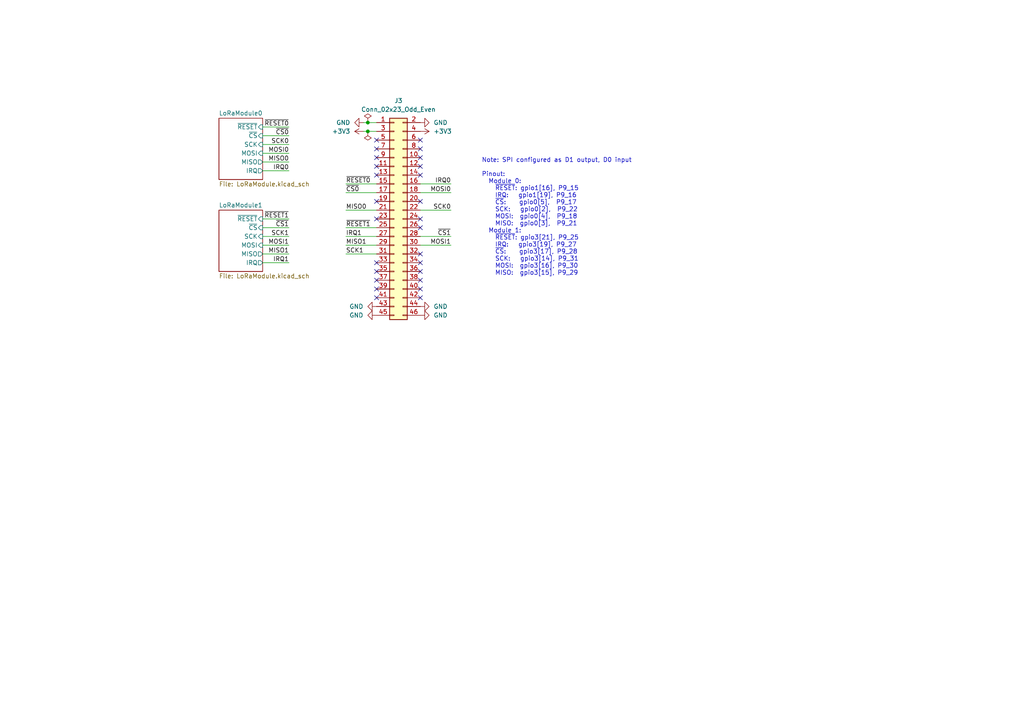
<source format=kicad_sch>
(kicad_sch (version 20211123) (generator eeschema)
  (paper "A4")
  (title_block (title "BeagleBone to dual LoRa module adapter") (date "2023-04-14") (rev "A1") (company "Maya"))
  (lib_symbols
    (symbol "Connector_Generic:Conn_02x23_Odd_Even" (pin_names (offset 1.016) hide)
      (property "Reference" "J" (at 1.27 30.48 0))
      (property "Value" "Conn_02x23_Odd_Even" (at 1.27 -30.48 0))
      (symbol "Conn_02x23_Odd_Even_1_1"
        (rectangle (start -1.27 -27.813) (end 0 -28.067) (stroke (width 0.1524)))
        (rectangle (start -1.27 -25.273) (end 0 -25.527) (stroke (width 0.1524)))
        (rectangle (start -1.27 -22.733) (end 0 -22.987) (stroke (width 0.1524)))
        (rectangle (start -1.27 -20.193) (end 0 -20.447) (stroke (width 0.1524)))
        (rectangle (start -1.27 -17.653) (end 0 -17.907) (stroke (width 0.1524)))
        (rectangle (start -1.27 -15.113) (end 0 -15.367) (stroke (width 0.1524)))
        (rectangle (start -1.27 -12.573) (end 0 -12.827) (stroke (width 0.1524)))
        (rectangle (start -1.27 -10.033) (end 0 -10.287) (stroke (width 0.1524)))
        (rectangle (start -1.27 -7.493) (end 0 -7.747) (stroke (width 0.1524)))
        (rectangle (start -1.27 -4.953) (end 0 -5.207) (stroke (width 0.1524)))
        (rectangle (start -1.27 -2.413) (end 0 -2.667) (stroke (width 0.1524)))
        (rectangle (start -1.27 0.127) (end 0 -0.127) (stroke (width 0.1524)))
        (rectangle (start -1.27 2.667) (end 0 2.413) (stroke (width 0.1524)))
        (rectangle (start -1.27 5.207) (end 0 4.953) (stroke (width 0.1524)))
        (rectangle (start -1.27 7.747) (end 0 7.493) (stroke (width 0.1524)))
        (rectangle (start -1.27 10.287) (end 0 10.033) (stroke (width 0.1524)))
        (rectangle (start -1.27 12.827) (end 0 12.573) (stroke (width 0.1524)))
        (rectangle (start -1.27 15.367) (end 0 15.113) (stroke (width 0.1524)))
        (rectangle (start -1.27 17.907) (end 0 17.653) (stroke (width 0.1524)))
        (rectangle (start -1.27 20.447) (end 0 20.193) (stroke (width 0.1524)))
        (rectangle (start -1.27 22.987) (end 0 22.733) (stroke (width 0.1524)))
        (rectangle (start -1.27 25.527) (end 0 25.273) (stroke (width 0.1524)))
        (rectangle (start -1.27 28.067) (end 0 27.813) (stroke (width 0.1524)))
        (rectangle (start -1.27 29.21) (end 3.81 -29.21) (stroke (width 0.254)) (fill (type background)))
        (rectangle (start 3.81 -27.813) (end 2.54 -28.067) (stroke (width 0.1524)))
        (rectangle (start 3.81 -25.273) (end 2.54 -25.527) (stroke (width 0.1524)))
        (rectangle (start 3.81 -22.733) (end 2.54 -22.987) (stroke (width 0.1524)))
        (rectangle (start 3.81 -20.193) (end 2.54 -20.447) (stroke (width 0.1524)))
        (rectangle (start 3.81 -17.653) (end 2.54 -17.907) (stroke (width 0.1524)))
        (rectangle (start 3.81 -15.113) (end 2.54 -15.367) (stroke (width 0.1524)))
        (rectangle (start 3.81 -12.573) (end 2.54 -12.827) (stroke (width 0.1524)))
        (rectangle (start 3.81 -10.033) (end 2.54 -10.287) (stroke (width 0.1524)))
        (rectangle (start 3.81 -7.493) (end 2.54 -7.747) (stroke (width 0.1524)))
        (rectangle (start 3.81 -4.953) (end 2.54 -5.207) (stroke (width 0.1524)))
        (rectangle (start 3.81 -2.413) (end 2.54 -2.667) (stroke (width 0.1524)))
        (rectangle (start 3.81 0.127) (end 2.54 -0.127) (stroke (width 0.1524)))
        (rectangle (start 3.81 2.667) (end 2.54 2.413) (stroke (width 0.1524)))
        (rectangle (start 3.81 5.207) (end 2.54 4.953) (stroke (width 0.1524)))
        (rectangle (start 3.81 7.747) (end 2.54 7.493) (stroke (width 0.1524)))
        (rectangle (start 3.81 10.287) (end 2.54 10.033) (stroke (width 0.1524)))
        (rectangle (start 3.81 12.827) (end 2.54 12.573) (stroke (width 0.1524)))
        (rectangle (start 3.81 15.367) (end 2.54 15.113) (stroke (width 0.1524)))
        (rectangle (start 3.81 17.907) (end 2.54 17.653) (stroke (width 0.1524)))
        (rectangle (start 3.81 20.447) (end 2.54 20.193) (stroke (width 0.1524)))
        (rectangle (start 3.81 22.987) (end 2.54 22.733) (stroke (width 0.1524)))
        (rectangle (start 3.81 25.527) (end 2.54 25.273) (stroke (width 0.1524)))
        (rectangle (start 3.81 28.067) (end 2.54 27.813) (stroke (width 0.1524)))
        (pin passive line (at -5.08 27.94 0) (length 3.81) (name "Pin_1") (number "1"))
        (pin passive line (at 7.62 17.78 180) (length 3.81) (name "Pin_10") (number "10"))
        (pin passive line (at -5.08 15.24 0) (length 3.81) (name "Pin_11") (number "11"))
        (pin passive line (at 7.62 15.24 180) (length 3.81) (name "Pin_12") (number "12"))
        (pin passive line (at -5.08 12.7 0) (length 3.81) (name "Pin_13") (number "13"))
        (pin passive line (at 7.62 12.7 180) (length 3.81) (name "Pin_14") (number "14"))
        (pin passive line (at -5.08 10.16 0) (length 3.81) (name "Pin_15") (number "15"))
        (pin passive line (at 7.62 10.16 180) (length 3.81) (name "Pin_16") (number "16"))
        (pin passive line (at -5.08 7.62 0) (length 3.81) (name "Pin_17") (number "17"))
        (pin passive line (at 7.62 7.62 180) (length 3.81) (name "Pin_18") (number "18"))
        (pin passive line (at -5.08 5.08 0) (length 3.81) (name "Pin_19") (number "19"))
        (pin passive line (at 7.62 27.94 180) (length 3.81) (name "Pin_2") (number "2"))
        (pin passive line (at 7.62 5.08 180) (length 3.81) (name "Pin_20") (number "20"))
        (pin passive line (at -5.08 2.54 0) (length 3.81) (name "Pin_21") (number "21"))
        (pin passive line (at 7.62 2.54 180) (length 3.81) (name "Pin_22") (number "22"))
        (pin passive line (at -5.08 0 0) (length 3.81) (name "Pin_23") (number "23"))
        (pin passive line (at 7.62 0 180) (length 3.81) (name "Pin_24") (number "24"))
        (pin passive line (at -5.08 -2.54 0) (length 3.81) (name "Pin_25") (number "25"))
        (pin passive line (at 7.62 -2.54 180) (length 3.81) (name "Pin_26") (number "26"))
        (pin passive line (at -5.08 -5.08 0) (length 3.81) (name "Pin_27") (number "27"))
        (pin passive line (at 7.62 -5.08 180) (length 3.81) (name "Pin_28") (number "28"))
        (pin passive line (at -5.08 -7.62 0) (length 3.81) (name "Pin_29") (number "29"))
        (pin passive line (at -5.08 25.4 0) (length 3.81) (name "Pin_3") (number "3"))
        (pin passive line (at 7.62 -7.62 180) (length 3.81) (name "Pin_30") (number "30"))
        (pin passive line (at -5.08 -10.16 0) (length 3.81) (name "Pin_31") (number "31"))
        (pin passive line (at 7.62 -10.16 180) (length 3.81) (name "Pin_32") (number "32"))
        (pin passive line (at -5.08 -12.7 0) (length 3.81) (name "Pin_33") (number "33"))
        (pin passive line (at 7.62 -12.7 180) (length 3.81) (name "Pin_34") (number "34"))
        (pin passive line (at -5.08 -15.24 0) (length 3.81) (name "Pin_35") (number "35"))
        (pin passive line (at 7.62 -15.24 180) (length 3.81) (name "Pin_36") (number "36"))
        (pin passive line (at -5.08 -17.78 0) (length 3.81) (name "Pin_37") (number "37"))
        (pin passive line (at 7.62 -17.78 180) (length 3.81) (name "Pin_38") (number "38"))
        (pin passive line (at -5.08 -20.32 0) (length 3.81) (name "Pin_39") (number "39"))
        (pin passive line (at 7.62 25.4 180) (length 3.81) (name "Pin_4") (number "4"))
        (pin passive line (at 7.62 -20.32 180) (length 3.81) (name "Pin_40") (number "40"))
        (pin passive line (at -5.08 -22.86 0) (length 3.81) (name "Pin_41") (number "41"))
        (pin passive line (at 7.62 -22.86 180) (length 3.81) (name "Pin_42") (number "42"))
        (pin passive line (at -5.08 -25.4 0) (length 3.81) (name "Pin_43") (number "43"))
        (pin passive line (at 7.62 -25.4 180) (length 3.81) (name "Pin_44") (number "44"))
        (pin passive line (at -5.08 -27.94 0) (length 3.81) (name "Pin_45") (number "45"))
        (pin passive line (at 7.62 -27.94 180) (length 3.81) (name "Pin_46") (number "46"))
        (pin passive line (at -5.08 22.86 0) (length 3.81) (name "Pin_5") (number "5"))
        (pin passive line (at 7.62 22.86 180) (length 3.81) (name "Pin_6") (number "6"))
        (pin passive line (at -5.08 20.32 0) (length 3.81) (name "Pin_7") (number "7"))
        (pin passive line (at 7.62 20.32 180) (length 3.81) (name "Pin_8") (number "8"))
        (pin passive line (at -5.08 17.78 0) (length 3.81) (name "Pin_9") (number "9"))
      )
    )
    (symbol "power:+3V3" (power) (pin_names (offset 0))
      (property "Value" "+3V3" (at 0 3.556 0))
      (symbol "+3V3_0_1"
        (polyline (pts (xy -0.762 1.27) (xy 0 2.54)))
        (polyline (pts (xy 0 0) (xy 0 2.54)))
        (polyline (pts (xy 0 2.54) (xy 0.762 1.27)))
      )
      (symbol "+3V3_1_1"
        (pin power_in line (at 0 0 90) (length 0) hide (name "+3V3") (number "1"))
      )
    )
    (symbol "power:GND" (power) (pin_names (offset 0))
      (property "Value" "GND" (at 0 -3.81 0))
      (symbol "GND_0_1"
        (polyline (pts (xy 0 0) (xy 0 -1.27) (xy 1.27 -1.27) (xy 0 -2.54) (xy -1.27 -1.27) (xy 0 -1.27)))
      )
      (symbol "GND_1_1"
        (pin power_in line (at 0 0 270) (length 0) hide (name "GND") (number "1"))
      )
    )
    (symbol "power:PWR_FLAG" (power) (pin_numbers hide) (pin_names (offset 0) hide)
      (property "Value" "PWR_FLAG" (at 0 3.81 0))
      (symbol "PWR_FLAG_0_0"
        (pin power_out line (at 0 0 90) (length 0) (name "pwr") (number "1"))
      )
      (symbol "PWR_FLAG_0_1"
        (polyline (pts (xy 0 0) (xy 0 1.27) (xy -1.016 1.905) (xy 0 2.54) (xy 1.016 1.905) (xy 0 1.27)))
      )
    )
  )
  (junction (at 106.68 35.56))
  (junction (at 106.68 38.1))
  (no_connect (at 121.92 43.18))
  (no_connect (at 121.92 83.82))
  (no_connect (at 121.92 63.5))
  (no_connect (at 109.22 58.42))
  (no_connect (at 109.22 78.74))
  (no_connect (at 109.22 63.5))
  (no_connect (at 121.92 45.72))
  (no_connect (at 121.92 73.66))
  (no_connect (at 121.92 50.8))
  (no_connect (at 121.92 81.28))
  (no_connect (at 121.92 40.64))
  (no_connect (at 109.22 86.36))
  (no_connect (at 109.22 50.8))
  (no_connect (at 121.92 86.36))
  (no_connect (at 109.22 45.72))
  (no_connect (at 109.22 83.82))
  (no_connect (at 121.92 76.2))
  (no_connect (at 121.92 48.26))
  (no_connect (at 121.92 66.04))
  (no_connect (at 109.22 76.2))
  (no_connect (at 109.22 48.26))
  (no_connect (at 121.92 78.74))
  (no_connect (at 121.92 58.42))
  (no_connect (at 109.22 40.64))
  (no_connect (at 109.22 43.18))
  (no_connect (at 109.22 81.28))
  (wire (pts (xy 105.41 35.56) (xy 106.68 35.56)))
  (wire (pts (xy 100.33 55.88) (xy 109.22 55.88)))
  (wire (pts (xy 76.2 41.91) (xy 83.82 41.91)))
  (wire (pts (xy 121.92 71.12) (xy 130.81 71.12)))
  (wire (pts (xy 121.92 68.58) (xy 130.81 68.58)))
  (wire (pts (xy 76.2 68.58) (xy 83.82 68.58)))
  (wire (pts (xy 76.2 66.04) (xy 83.82 66.04)))
  (wire (pts (xy 100.33 71.12) (xy 109.22 71.12)))
  (wire (pts (xy 121.92 60.96) (xy 130.81 60.96)))
  (wire (pts (xy 76.2 49.53) (xy 83.82 49.53)))
  (wire (pts (xy 121.92 53.34) (xy 130.81 53.34)))
  (wire (pts (xy 76.2 36.83) (xy 83.82 36.83)))
  (wire (pts (xy 100.33 60.96) (xy 109.22 60.96)))
  (wire (pts (xy 106.68 35.56) (xy 109.22 35.56)))
  (wire (pts (xy 76.2 63.5) (xy 83.82 63.5)))
  (wire (pts (xy 105.41 38.1) (xy 106.68 38.1)))
  (wire (pts (xy 100.33 73.66) (xy 109.22 73.66)))
  (wire (pts (xy 76.2 39.37) (xy 83.82 39.37)))
  (wire (pts (xy 76.2 44.45) (xy 83.82 44.45)))
  (wire (pts (xy 76.2 71.12) (xy 83.82 71.12)))
  (wire (pts (xy 100.33 68.58) (xy 109.22 68.58)))
  (wire (pts (xy 106.68 38.1) (xy 109.22 38.1)))
  (wire (pts (xy 76.2 46.99) (xy 83.82 46.99)))
  (wire (pts (xy 76.2 73.66) (xy 83.82 73.66)))
  (wire (pts (xy 109.22 66.04) (xy 100.33 66.04)))
  (wire (pts (xy 100.33 53.34) (xy 109.22 53.34)))
  (wire (pts (xy 121.92 55.88) (xy 130.81 55.88)))
  (wire (pts (xy 76.2 76.2) (xy 83.82 76.2)))
  (text "Note: SPI configured as D1 output, D0 input\n\nPinout:\n  Module 0:\n    ~{RESET}: gpio1[16], P9_15\n    IRQ:   gpio1[19], P9_16\n    ~{CS}:    gpio0[5],  P9_17\n    SCK:   gpio0[2],  P9_22\n    MOSI:  gpio0[4],  P9_18\n    MISO:  gpio0[3],  P9_21\n  Module 1:\n    ~{RESET}: gpio3[21], P9_25\n    IRQ:   gpio3[19], P9_27\n    ~{CS}:    gpio3[17], P9_28\n    SCK:   gpio3[14], P9_31\n    MOSI:  gpio3[16], P9_30\n    MISO:  gpio3[15], P9_29" (at 139.7 80.01 0) (effects (font (size 1.27 1.27)) (justify left bottom)))
  (label "SCK1" (at 100.33 73.66 0))
  (label "~{CS0}" (at 83.82 39.37 180))
  (label "MOSI1" (at 130.81 71.12 180))
  (label "MISO1" (at 83.82 73.66 180))
  (label "SCK0" (at 130.81 60.96 180))
  (label "IRQ1" (at 83.82 76.2 180))
  (label "MISO0" (at 83.82 46.99 180))
  (label "~{RESET1}" (at 100.33 66.04 0))
  (label "~{CS1}" (at 83.82 66.04 180))
  (label "SCK0" (at 83.82 41.91 180))
  (label "~{CS0}" (at 100.33 55.88 0))
  (label "IRQ1" (at 100.33 68.58 0))
  (label "IRQ0" (at 83.82 49.53 180))
  (label "IRQ0" (at 130.81 53.34 180))
  (label "~{RESET1}" (at 83.82 63.5 180))
  (label "~{RESET0}" (at 83.82 36.83 180))
  (label "MOSI0" (at 83.82 44.45 180))
  (label "MOSI0" (at 130.81 55.88 180))
  (label "MISO1" (at 100.33 71.12 0))
  (label "MOSI1" (at 83.82 71.12 180))
  (label "SCK1" (at 83.82 68.58 180))
  (label "~{RESET0}" (at 100.33 53.34 0))
  (label "~{CS1}" (at 130.81 68.58 180))
  (label "MISO0" (at 100.33 60.96 0))
  (symbol (lib_id "power:GND") (at 109.22 88.9 270) (unit 1)
    (property "Reference" "#PWR019" (effects hide))
    (property "Value" "GND" (at 105.41 88.8999 90) (effects (justify right)))
  )
  (symbol (lib_id "power:GND") (at 121.92 35.56 90) (unit 1)
    (property "Reference" "#PWR021" (effects hide))
    (property "Value" "GND" (at 125.73 35.5599 90) (effects (justify right)))
  )
  (symbol (lib_id "power:PWR_FLAG") (at 106.68 38.1 180) (unit 1)
    (property "Reference" "#FLG0102" (effects hide))
    (property "Value" "PWR_FLAG" (effects hide))
  )
  (symbol (lib_id "Connector_Generic:Conn_02x23_Odd_Even") (at 114.3 63.5 0) (unit 1)
    (property "Reference" "J3" (at 115.57 29.21 0))
    (property "Value" "Conn_02x23_Odd_Even" (at 115.57 31.75 0))
    (property "Footprint" "Connector_PinHeader_2.54mm:PinHeader_2x23_P2.54mm_Vertical" (effects hide))
    (property "Manufacturer" "Samtec" (effects hide))
    (property "PartNumber" "TSW-125-07-G-D" (effects hide))
  )
  (symbol (lib_id "power:+3V3") (at 105.41 38.1 90) (unit 1)
    (property "Reference" "#PWR018" (effects hide))
    (property "Value" "+3V3" (at 101.6 38.0999 90) (effects (justify left)))
  )
  (symbol (lib_id "power:GND") (at 121.92 88.9 90) (unit 1)
    (property "Reference" "#PWR023" (effects hide))
    (property "Value" "GND" (at 125.73 88.8999 90) (effects (justify right)))
  )
  (symbol (lib_id "power:GND") (at 105.41 35.56 270) (unit 1)
    (property "Reference" "#PWR017" (effects hide))
    (property "Value" "GND" (at 101.6 35.5599 90) (effects (justify right)))
  )
  (symbol (lib_id "power:PWR_FLAG") (at 106.68 35.56 0) (unit 1)
    (property "Reference" "#FLG0101" (effects hide))
    (property "Value" "PWR_FLAG" (effects hide))
  )
  (symbol (lib_id "power:GND") (at 121.92 91.44 90) (unit 1)
    (property "Reference" "#PWR024" (effects hide))
    (property "Value" "GND" (at 125.73 91.4399 90) (effects (justify right)))
  )
  (symbol (lib_id "power:+3V3") (at 121.92 38.1 270) (unit 1)
    (property "Reference" "#PWR022" (effects hide))
    (property "Value" "+3V3" (at 125.73 38.0999 90) (effects (justify left)))
  )
  (symbol (lib_id "power:GND") (at 109.22 91.44 270) (unit 1)
    (property "Reference" "#PWR020" (effects hide))
    (property "Value" "GND" (at 105.41 91.4399 90) (effects (justify right)))
  )
  (sheet (at 63.5 60.96) (size 12.7 17.78) (stroke (width 0.1524))
    (property "Sheet name" "LoRaModule1" (at 63.5 60.2484 0) (effects (justify left bottom)))
    (property "Sheet file" "LoRaModule.kicad_sch" (at 63.5 79.3246 0) (effects (justify left top)))
    (pin "MISO" output (at 76.2 73.66 0))
    (pin "SCK" input (at 76.2 68.58 0))
    (pin "~{CS}" input (at 76.2 66.04 0))
    (pin "~{RESET}" input (at 76.2 63.5 0))
    (pin "MOSI" input (at 76.2 71.12 0))
    (pin "IRQ" output (at 76.2 76.2 0))
  )
  (sheet (at 63.5 34.29) (size 12.7 17.78) (stroke (width 0.1524))
    (property "Sheet name" "LoRaModule0" (at 63.5 33.5784 0) (effects (justify left bottom)))
    (property "Sheet file" "LoRaModule.kicad_sch" (at 63.5 52.6546 0) (effects (justify left top)))
    (pin "MISO" output (at 76.2 46.99 0))
    (pin "SCK" input (at 76.2 41.91 0))
    (pin "~{CS}" input (at 76.2 39.37 0))
    (pin "~{RESET}" input (at 76.2 36.83 0))
    (pin "MOSI" input (at 76.2 44.45 0))
    (pin "IRQ" output (at 76.2 49.53 0))
  )
)
</source>
